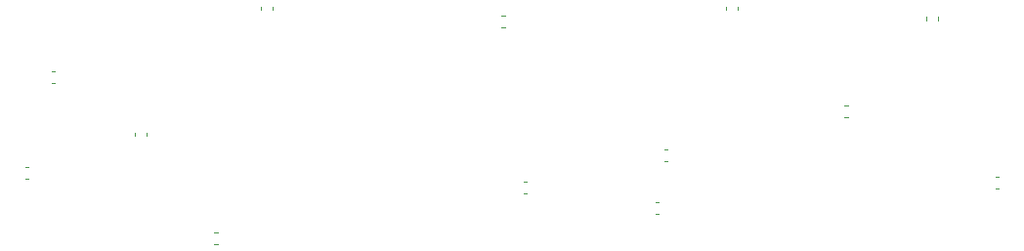
<source format=gbo>
G04 #@! TF.GenerationSoftware,KiCad,Pcbnew,(5.1.5)-3*
G04 #@! TF.CreationDate,2021-03-15T11:57:00-05:00*
G04 #@! TF.ProjectId,channel,6368616e-6e65-46c2-9e6b-696361645f70,rev?*
G04 #@! TF.SameCoordinates,Original*
G04 #@! TF.FileFunction,Legend,Bot*
G04 #@! TF.FilePolarity,Positive*
%FSLAX46Y46*%
G04 Gerber Fmt 4.6, Leading zero omitted, Abs format (unit mm)*
G04 Created by KiCad (PCBNEW (5.1.5)-3) date 2021-03-15 11:57:00*
%MOMM*%
%LPD*%
G04 APERTURE LIST*
%ADD10C,0.120000*%
%ADD11C,0.100000*%
%ADD12O,1.801600X1.801600*%
%ADD13R,1.801600X1.801600*%
G04 APERTURE END LIST*
D10*
X162816000Y-92664233D02*
X162816000Y-92956767D01*
X161796000Y-92664233D02*
X161796000Y-92956767D01*
X121537000Y-92664233D02*
X121537000Y-92956767D01*
X122557000Y-92664233D02*
X122557000Y-92956767D01*
X185439267Y-107440000D02*
X185146733Y-107440000D01*
X185439267Y-108460000D02*
X185146733Y-108460000D01*
X155682733Y-109599000D02*
X155975267Y-109599000D01*
X155682733Y-110619000D02*
X155975267Y-110619000D01*
X156444733Y-106047000D02*
X156737267Y-106047000D01*
X156444733Y-105027000D02*
X156737267Y-105027000D01*
X142347733Y-94490000D02*
X142640267Y-94490000D01*
X142347733Y-93470000D02*
X142640267Y-93470000D01*
X103651267Y-98296000D02*
X103358733Y-98296000D01*
X103651267Y-99316000D02*
X103358733Y-99316000D01*
X111635000Y-103905267D02*
X111635000Y-103612733D01*
X110615000Y-103905267D02*
X110615000Y-103612733D01*
X101365267Y-106551000D02*
X101072733Y-106551000D01*
X101365267Y-107571000D02*
X101072733Y-107571000D01*
X179195000Y-93579733D02*
X179195000Y-93872267D01*
X180215000Y-93579733D02*
X180215000Y-93872267D01*
X172358267Y-101217000D02*
X172065733Y-101217000D01*
X172358267Y-102237000D02*
X172065733Y-102237000D01*
X144252733Y-108841000D02*
X144545267Y-108841000D01*
X144252733Y-107821000D02*
X144545267Y-107821000D01*
X117748267Y-112266000D02*
X117455733Y-112266000D01*
X117748267Y-113286000D02*
X117455733Y-113286000D01*
%LPC*%
D11*
G36*
X162594669Y-93085966D02*
G01*
X162620189Y-93089752D01*
X162645216Y-93096020D01*
X162669507Y-93104712D01*
X162692830Y-93115743D01*
X162714959Y-93129007D01*
X162735682Y-93144376D01*
X162754798Y-93161702D01*
X162772124Y-93180818D01*
X162787493Y-93201541D01*
X162800757Y-93223670D01*
X162811788Y-93246993D01*
X162820480Y-93271284D01*
X162826748Y-93296311D01*
X162830534Y-93321831D01*
X162831800Y-93347600D01*
X162831800Y-93998400D01*
X162830534Y-94024169D01*
X162826748Y-94049689D01*
X162820480Y-94074716D01*
X162811788Y-94099007D01*
X162800757Y-94122330D01*
X162787493Y-94144459D01*
X162772124Y-94165182D01*
X162754798Y-94184298D01*
X162735682Y-94201624D01*
X162714959Y-94216993D01*
X162692830Y-94230257D01*
X162669507Y-94241288D01*
X162645216Y-94249980D01*
X162620189Y-94256248D01*
X162594669Y-94260034D01*
X162568900Y-94261300D01*
X162043100Y-94261300D01*
X162017331Y-94260034D01*
X161991811Y-94256248D01*
X161966784Y-94249980D01*
X161942493Y-94241288D01*
X161919170Y-94230257D01*
X161897041Y-94216993D01*
X161876318Y-94201624D01*
X161857202Y-94184298D01*
X161839876Y-94165182D01*
X161824507Y-94144459D01*
X161811243Y-94122330D01*
X161800212Y-94099007D01*
X161791520Y-94074716D01*
X161785252Y-94049689D01*
X161781466Y-94024169D01*
X161780200Y-93998400D01*
X161780200Y-93347600D01*
X161781466Y-93321831D01*
X161785252Y-93296311D01*
X161791520Y-93271284D01*
X161800212Y-93246993D01*
X161811243Y-93223670D01*
X161824507Y-93201541D01*
X161839876Y-93180818D01*
X161857202Y-93161702D01*
X161876318Y-93144376D01*
X161897041Y-93129007D01*
X161919170Y-93115743D01*
X161942493Y-93104712D01*
X161966784Y-93096020D01*
X161991811Y-93089752D01*
X162017331Y-93085966D01*
X162043100Y-93084700D01*
X162568900Y-93084700D01*
X162594669Y-93085966D01*
G37*
G36*
X162594669Y-91360966D02*
G01*
X162620189Y-91364752D01*
X162645216Y-91371020D01*
X162669507Y-91379712D01*
X162692830Y-91390743D01*
X162714959Y-91404007D01*
X162735682Y-91419376D01*
X162754798Y-91436702D01*
X162772124Y-91455818D01*
X162787493Y-91476541D01*
X162800757Y-91498670D01*
X162811788Y-91521993D01*
X162820480Y-91546284D01*
X162826748Y-91571311D01*
X162830534Y-91596831D01*
X162831800Y-91622600D01*
X162831800Y-92273400D01*
X162830534Y-92299169D01*
X162826748Y-92324689D01*
X162820480Y-92349716D01*
X162811788Y-92374007D01*
X162800757Y-92397330D01*
X162787493Y-92419459D01*
X162772124Y-92440182D01*
X162754798Y-92459298D01*
X162735682Y-92476624D01*
X162714959Y-92491993D01*
X162692830Y-92505257D01*
X162669507Y-92516288D01*
X162645216Y-92524980D01*
X162620189Y-92531248D01*
X162594669Y-92535034D01*
X162568900Y-92536300D01*
X162043100Y-92536300D01*
X162017331Y-92535034D01*
X161991811Y-92531248D01*
X161966784Y-92524980D01*
X161942493Y-92516288D01*
X161919170Y-92505257D01*
X161897041Y-92491993D01*
X161876318Y-92476624D01*
X161857202Y-92459298D01*
X161839876Y-92440182D01*
X161824507Y-92419459D01*
X161811243Y-92397330D01*
X161800212Y-92374007D01*
X161791520Y-92349716D01*
X161785252Y-92324689D01*
X161781466Y-92299169D01*
X161780200Y-92273400D01*
X161780200Y-91622600D01*
X161781466Y-91596831D01*
X161785252Y-91571311D01*
X161791520Y-91546284D01*
X161800212Y-91521993D01*
X161811243Y-91498670D01*
X161824507Y-91476541D01*
X161839876Y-91455818D01*
X161857202Y-91436702D01*
X161876318Y-91419376D01*
X161897041Y-91404007D01*
X161919170Y-91390743D01*
X161942493Y-91379712D01*
X161966784Y-91371020D01*
X161991811Y-91364752D01*
X162017331Y-91360966D01*
X162043100Y-91359700D01*
X162568900Y-91359700D01*
X162594669Y-91360966D01*
G37*
D12*
X118745000Y-102362000D03*
X116205000Y-102362000D03*
X118745000Y-99822000D03*
X116205000Y-99822000D03*
X118745000Y-97282000D03*
X116205000Y-97282000D03*
X118745000Y-94742000D03*
D13*
X116205000Y-94742000D03*
D12*
X99060000Y-115951000D03*
X101600000Y-115951000D03*
X104140000Y-115951000D03*
X106680000Y-115951000D03*
X109220000Y-115951000D03*
D13*
X111760000Y-115951000D03*
D12*
X130556000Y-115951000D03*
X133096000Y-115951000D03*
X135636000Y-115951000D03*
X138176000Y-115951000D03*
X140716000Y-115951000D03*
X143256000Y-115951000D03*
X145796000Y-115951000D03*
D13*
X148336000Y-115951000D03*
X190627000Y-96266000D03*
D12*
X190627000Y-98806000D03*
X188087000Y-96266000D03*
X188087000Y-98806000D03*
X185547000Y-96266000D03*
X185547000Y-98806000D03*
D13*
X174752000Y-94615000D03*
D12*
X174752000Y-97155000D03*
X172212000Y-94615000D03*
X172212000Y-97155000D03*
X169672000Y-94615000D03*
X169672000Y-97155000D03*
D13*
X163957000Y-112141000D03*
D12*
X166497000Y-112141000D03*
X163957000Y-114681000D03*
X166497000Y-114681000D03*
X163957000Y-117221000D03*
X166497000Y-117221000D03*
X145288000Y-105029000D03*
D13*
X142748000Y-105029000D03*
D12*
X176911000Y-115951000D03*
X179451000Y-115951000D03*
X181991000Y-115951000D03*
X184531000Y-115951000D03*
X187071000Y-115951000D03*
X189611000Y-115951000D03*
X192151000Y-115951000D03*
D13*
X194691000Y-115951000D03*
X152146000Y-94615000D03*
D12*
X152146000Y-97155000D03*
D11*
G36*
X122335669Y-93085966D02*
G01*
X122361189Y-93089752D01*
X122386216Y-93096020D01*
X122410507Y-93104712D01*
X122433830Y-93115743D01*
X122455959Y-93129007D01*
X122476682Y-93144376D01*
X122495798Y-93161702D01*
X122513124Y-93180818D01*
X122528493Y-93201541D01*
X122541757Y-93223670D01*
X122552788Y-93246993D01*
X122561480Y-93271284D01*
X122567748Y-93296311D01*
X122571534Y-93321831D01*
X122572800Y-93347600D01*
X122572800Y-93998400D01*
X122571534Y-94024169D01*
X122567748Y-94049689D01*
X122561480Y-94074716D01*
X122552788Y-94099007D01*
X122541757Y-94122330D01*
X122528493Y-94144459D01*
X122513124Y-94165182D01*
X122495798Y-94184298D01*
X122476682Y-94201624D01*
X122455959Y-94216993D01*
X122433830Y-94230257D01*
X122410507Y-94241288D01*
X122386216Y-94249980D01*
X122361189Y-94256248D01*
X122335669Y-94260034D01*
X122309900Y-94261300D01*
X121784100Y-94261300D01*
X121758331Y-94260034D01*
X121732811Y-94256248D01*
X121707784Y-94249980D01*
X121683493Y-94241288D01*
X121660170Y-94230257D01*
X121638041Y-94216993D01*
X121617318Y-94201624D01*
X121598202Y-94184298D01*
X121580876Y-94165182D01*
X121565507Y-94144459D01*
X121552243Y-94122330D01*
X121541212Y-94099007D01*
X121532520Y-94074716D01*
X121526252Y-94049689D01*
X121522466Y-94024169D01*
X121521200Y-93998400D01*
X121521200Y-93347600D01*
X121522466Y-93321831D01*
X121526252Y-93296311D01*
X121532520Y-93271284D01*
X121541212Y-93246993D01*
X121552243Y-93223670D01*
X121565507Y-93201541D01*
X121580876Y-93180818D01*
X121598202Y-93161702D01*
X121617318Y-93144376D01*
X121638041Y-93129007D01*
X121660170Y-93115743D01*
X121683493Y-93104712D01*
X121707784Y-93096020D01*
X121732811Y-93089752D01*
X121758331Y-93085966D01*
X121784100Y-93084700D01*
X122309900Y-93084700D01*
X122335669Y-93085966D01*
G37*
G36*
X122335669Y-91360966D02*
G01*
X122361189Y-91364752D01*
X122386216Y-91371020D01*
X122410507Y-91379712D01*
X122433830Y-91390743D01*
X122455959Y-91404007D01*
X122476682Y-91419376D01*
X122495798Y-91436702D01*
X122513124Y-91455818D01*
X122528493Y-91476541D01*
X122541757Y-91498670D01*
X122552788Y-91521993D01*
X122561480Y-91546284D01*
X122567748Y-91571311D01*
X122571534Y-91596831D01*
X122572800Y-91622600D01*
X122572800Y-92273400D01*
X122571534Y-92299169D01*
X122567748Y-92324689D01*
X122561480Y-92349716D01*
X122552788Y-92374007D01*
X122541757Y-92397330D01*
X122528493Y-92419459D01*
X122513124Y-92440182D01*
X122495798Y-92459298D01*
X122476682Y-92476624D01*
X122455959Y-92491993D01*
X122433830Y-92505257D01*
X122410507Y-92516288D01*
X122386216Y-92524980D01*
X122361189Y-92531248D01*
X122335669Y-92535034D01*
X122309900Y-92536300D01*
X121784100Y-92536300D01*
X121758331Y-92535034D01*
X121732811Y-92531248D01*
X121707784Y-92524980D01*
X121683493Y-92516288D01*
X121660170Y-92505257D01*
X121638041Y-92491993D01*
X121617318Y-92476624D01*
X121598202Y-92459298D01*
X121580876Y-92440182D01*
X121565507Y-92419459D01*
X121552243Y-92397330D01*
X121541212Y-92374007D01*
X121532520Y-92349716D01*
X121526252Y-92324689D01*
X121522466Y-92299169D01*
X121521200Y-92273400D01*
X121521200Y-91622600D01*
X121522466Y-91596831D01*
X121526252Y-91571311D01*
X121532520Y-91546284D01*
X121541212Y-91521993D01*
X121552243Y-91498670D01*
X121565507Y-91476541D01*
X121580876Y-91455818D01*
X121598202Y-91436702D01*
X121617318Y-91419376D01*
X121638041Y-91404007D01*
X121660170Y-91390743D01*
X121683493Y-91379712D01*
X121707784Y-91371020D01*
X121732811Y-91364752D01*
X121758331Y-91360966D01*
X121784100Y-91359700D01*
X122309900Y-91359700D01*
X122335669Y-91360966D01*
G37*
D12*
X116205000Y-106045000D03*
X118745000Y-106045000D03*
X116205000Y-108585000D03*
D13*
X118745000Y-108585000D03*
X135382000Y-110744000D03*
D12*
X135382000Y-108204000D03*
D11*
G36*
X184781669Y-107425466D02*
G01*
X184807189Y-107429252D01*
X184832216Y-107435520D01*
X184856507Y-107444212D01*
X184879830Y-107455243D01*
X184901959Y-107468507D01*
X184922682Y-107483876D01*
X184941798Y-107501202D01*
X184959124Y-107520318D01*
X184974493Y-107541041D01*
X184987757Y-107563170D01*
X184998788Y-107586493D01*
X185007480Y-107610784D01*
X185013748Y-107635811D01*
X185017534Y-107661331D01*
X185018800Y-107687100D01*
X185018800Y-108212900D01*
X185017534Y-108238669D01*
X185013748Y-108264189D01*
X185007480Y-108289216D01*
X184998788Y-108313507D01*
X184987757Y-108336830D01*
X184974493Y-108358959D01*
X184959124Y-108379682D01*
X184941798Y-108398798D01*
X184922682Y-108416124D01*
X184901959Y-108431493D01*
X184879830Y-108444757D01*
X184856507Y-108455788D01*
X184832216Y-108464480D01*
X184807189Y-108470748D01*
X184781669Y-108474534D01*
X184755900Y-108475800D01*
X184105100Y-108475800D01*
X184079331Y-108474534D01*
X184053811Y-108470748D01*
X184028784Y-108464480D01*
X184004493Y-108455788D01*
X183981170Y-108444757D01*
X183959041Y-108431493D01*
X183938318Y-108416124D01*
X183919202Y-108398798D01*
X183901876Y-108379682D01*
X183886507Y-108358959D01*
X183873243Y-108336830D01*
X183862212Y-108313507D01*
X183853520Y-108289216D01*
X183847252Y-108264189D01*
X183843466Y-108238669D01*
X183842200Y-108212900D01*
X183842200Y-107687100D01*
X183843466Y-107661331D01*
X183847252Y-107635811D01*
X183853520Y-107610784D01*
X183862212Y-107586493D01*
X183873243Y-107563170D01*
X183886507Y-107541041D01*
X183901876Y-107520318D01*
X183919202Y-107501202D01*
X183938318Y-107483876D01*
X183959041Y-107468507D01*
X183981170Y-107455243D01*
X184004493Y-107444212D01*
X184028784Y-107435520D01*
X184053811Y-107429252D01*
X184079331Y-107425466D01*
X184105100Y-107424200D01*
X184755900Y-107424200D01*
X184781669Y-107425466D01*
G37*
G36*
X186506669Y-107425466D02*
G01*
X186532189Y-107429252D01*
X186557216Y-107435520D01*
X186581507Y-107444212D01*
X186604830Y-107455243D01*
X186626959Y-107468507D01*
X186647682Y-107483876D01*
X186666798Y-107501202D01*
X186684124Y-107520318D01*
X186699493Y-107541041D01*
X186712757Y-107563170D01*
X186723788Y-107586493D01*
X186732480Y-107610784D01*
X186738748Y-107635811D01*
X186742534Y-107661331D01*
X186743800Y-107687100D01*
X186743800Y-108212900D01*
X186742534Y-108238669D01*
X186738748Y-108264189D01*
X186732480Y-108289216D01*
X186723788Y-108313507D01*
X186712757Y-108336830D01*
X186699493Y-108358959D01*
X186684124Y-108379682D01*
X186666798Y-108398798D01*
X186647682Y-108416124D01*
X186626959Y-108431493D01*
X186604830Y-108444757D01*
X186581507Y-108455788D01*
X186557216Y-108464480D01*
X186532189Y-108470748D01*
X186506669Y-108474534D01*
X186480900Y-108475800D01*
X185830100Y-108475800D01*
X185804331Y-108474534D01*
X185778811Y-108470748D01*
X185753784Y-108464480D01*
X185729493Y-108455788D01*
X185706170Y-108444757D01*
X185684041Y-108431493D01*
X185663318Y-108416124D01*
X185644202Y-108398798D01*
X185626876Y-108379682D01*
X185611507Y-108358959D01*
X185598243Y-108336830D01*
X185587212Y-108313507D01*
X185578520Y-108289216D01*
X185572252Y-108264189D01*
X185568466Y-108238669D01*
X185567200Y-108212900D01*
X185567200Y-107687100D01*
X185568466Y-107661331D01*
X185572252Y-107635811D01*
X185578520Y-107610784D01*
X185587212Y-107586493D01*
X185598243Y-107563170D01*
X185611507Y-107541041D01*
X185626876Y-107520318D01*
X185644202Y-107501202D01*
X185663318Y-107483876D01*
X185684041Y-107468507D01*
X185706170Y-107455243D01*
X185729493Y-107444212D01*
X185753784Y-107435520D01*
X185778811Y-107429252D01*
X185804331Y-107425466D01*
X185830100Y-107424200D01*
X186480900Y-107424200D01*
X186506669Y-107425466D01*
G37*
G36*
X155317669Y-109584466D02*
G01*
X155343189Y-109588252D01*
X155368216Y-109594520D01*
X155392507Y-109603212D01*
X155415830Y-109614243D01*
X155437959Y-109627507D01*
X155458682Y-109642876D01*
X155477798Y-109660202D01*
X155495124Y-109679318D01*
X155510493Y-109700041D01*
X155523757Y-109722170D01*
X155534788Y-109745493D01*
X155543480Y-109769784D01*
X155549748Y-109794811D01*
X155553534Y-109820331D01*
X155554800Y-109846100D01*
X155554800Y-110371900D01*
X155553534Y-110397669D01*
X155549748Y-110423189D01*
X155543480Y-110448216D01*
X155534788Y-110472507D01*
X155523757Y-110495830D01*
X155510493Y-110517959D01*
X155495124Y-110538682D01*
X155477798Y-110557798D01*
X155458682Y-110575124D01*
X155437959Y-110590493D01*
X155415830Y-110603757D01*
X155392507Y-110614788D01*
X155368216Y-110623480D01*
X155343189Y-110629748D01*
X155317669Y-110633534D01*
X155291900Y-110634800D01*
X154641100Y-110634800D01*
X154615331Y-110633534D01*
X154589811Y-110629748D01*
X154564784Y-110623480D01*
X154540493Y-110614788D01*
X154517170Y-110603757D01*
X154495041Y-110590493D01*
X154474318Y-110575124D01*
X154455202Y-110557798D01*
X154437876Y-110538682D01*
X154422507Y-110517959D01*
X154409243Y-110495830D01*
X154398212Y-110472507D01*
X154389520Y-110448216D01*
X154383252Y-110423189D01*
X154379466Y-110397669D01*
X154378200Y-110371900D01*
X154378200Y-109846100D01*
X154379466Y-109820331D01*
X154383252Y-109794811D01*
X154389520Y-109769784D01*
X154398212Y-109745493D01*
X154409243Y-109722170D01*
X154422507Y-109700041D01*
X154437876Y-109679318D01*
X154455202Y-109660202D01*
X154474318Y-109642876D01*
X154495041Y-109627507D01*
X154517170Y-109614243D01*
X154540493Y-109603212D01*
X154564784Y-109594520D01*
X154589811Y-109588252D01*
X154615331Y-109584466D01*
X154641100Y-109583200D01*
X155291900Y-109583200D01*
X155317669Y-109584466D01*
G37*
G36*
X157042669Y-109584466D02*
G01*
X157068189Y-109588252D01*
X157093216Y-109594520D01*
X157117507Y-109603212D01*
X157140830Y-109614243D01*
X157162959Y-109627507D01*
X157183682Y-109642876D01*
X157202798Y-109660202D01*
X157220124Y-109679318D01*
X157235493Y-109700041D01*
X157248757Y-109722170D01*
X157259788Y-109745493D01*
X157268480Y-109769784D01*
X157274748Y-109794811D01*
X157278534Y-109820331D01*
X157279800Y-109846100D01*
X157279800Y-110371900D01*
X157278534Y-110397669D01*
X157274748Y-110423189D01*
X157268480Y-110448216D01*
X157259788Y-110472507D01*
X157248757Y-110495830D01*
X157235493Y-110517959D01*
X157220124Y-110538682D01*
X157202798Y-110557798D01*
X157183682Y-110575124D01*
X157162959Y-110590493D01*
X157140830Y-110603757D01*
X157117507Y-110614788D01*
X157093216Y-110623480D01*
X157068189Y-110629748D01*
X157042669Y-110633534D01*
X157016900Y-110634800D01*
X156366100Y-110634800D01*
X156340331Y-110633534D01*
X156314811Y-110629748D01*
X156289784Y-110623480D01*
X156265493Y-110614788D01*
X156242170Y-110603757D01*
X156220041Y-110590493D01*
X156199318Y-110575124D01*
X156180202Y-110557798D01*
X156162876Y-110538682D01*
X156147507Y-110517959D01*
X156134243Y-110495830D01*
X156123212Y-110472507D01*
X156114520Y-110448216D01*
X156108252Y-110423189D01*
X156104466Y-110397669D01*
X156103200Y-110371900D01*
X156103200Y-109846100D01*
X156104466Y-109820331D01*
X156108252Y-109794811D01*
X156114520Y-109769784D01*
X156123212Y-109745493D01*
X156134243Y-109722170D01*
X156147507Y-109700041D01*
X156162876Y-109679318D01*
X156180202Y-109660202D01*
X156199318Y-109642876D01*
X156220041Y-109627507D01*
X156242170Y-109614243D01*
X156265493Y-109603212D01*
X156289784Y-109594520D01*
X156314811Y-109588252D01*
X156340331Y-109584466D01*
X156366100Y-109583200D01*
X157016900Y-109583200D01*
X157042669Y-109584466D01*
G37*
G36*
X157804669Y-105012466D02*
G01*
X157830189Y-105016252D01*
X157855216Y-105022520D01*
X157879507Y-105031212D01*
X157902830Y-105042243D01*
X157924959Y-105055507D01*
X157945682Y-105070876D01*
X157964798Y-105088202D01*
X157982124Y-105107318D01*
X157997493Y-105128041D01*
X158010757Y-105150170D01*
X158021788Y-105173493D01*
X158030480Y-105197784D01*
X158036748Y-105222811D01*
X158040534Y-105248331D01*
X158041800Y-105274100D01*
X158041800Y-105799900D01*
X158040534Y-105825669D01*
X158036748Y-105851189D01*
X158030480Y-105876216D01*
X158021788Y-105900507D01*
X158010757Y-105923830D01*
X157997493Y-105945959D01*
X157982124Y-105966682D01*
X157964798Y-105985798D01*
X157945682Y-106003124D01*
X157924959Y-106018493D01*
X157902830Y-106031757D01*
X157879507Y-106042788D01*
X157855216Y-106051480D01*
X157830189Y-106057748D01*
X157804669Y-106061534D01*
X157778900Y-106062800D01*
X157128100Y-106062800D01*
X157102331Y-106061534D01*
X157076811Y-106057748D01*
X157051784Y-106051480D01*
X157027493Y-106042788D01*
X157004170Y-106031757D01*
X156982041Y-106018493D01*
X156961318Y-106003124D01*
X156942202Y-105985798D01*
X156924876Y-105966682D01*
X156909507Y-105945959D01*
X156896243Y-105923830D01*
X156885212Y-105900507D01*
X156876520Y-105876216D01*
X156870252Y-105851189D01*
X156866466Y-105825669D01*
X156865200Y-105799900D01*
X156865200Y-105274100D01*
X156866466Y-105248331D01*
X156870252Y-105222811D01*
X156876520Y-105197784D01*
X156885212Y-105173493D01*
X156896243Y-105150170D01*
X156909507Y-105128041D01*
X156924876Y-105107318D01*
X156942202Y-105088202D01*
X156961318Y-105070876D01*
X156982041Y-105055507D01*
X157004170Y-105042243D01*
X157027493Y-105031212D01*
X157051784Y-105022520D01*
X157076811Y-105016252D01*
X157102331Y-105012466D01*
X157128100Y-105011200D01*
X157778900Y-105011200D01*
X157804669Y-105012466D01*
G37*
G36*
X156079669Y-105012466D02*
G01*
X156105189Y-105016252D01*
X156130216Y-105022520D01*
X156154507Y-105031212D01*
X156177830Y-105042243D01*
X156199959Y-105055507D01*
X156220682Y-105070876D01*
X156239798Y-105088202D01*
X156257124Y-105107318D01*
X156272493Y-105128041D01*
X156285757Y-105150170D01*
X156296788Y-105173493D01*
X156305480Y-105197784D01*
X156311748Y-105222811D01*
X156315534Y-105248331D01*
X156316800Y-105274100D01*
X156316800Y-105799900D01*
X156315534Y-105825669D01*
X156311748Y-105851189D01*
X156305480Y-105876216D01*
X156296788Y-105900507D01*
X156285757Y-105923830D01*
X156272493Y-105945959D01*
X156257124Y-105966682D01*
X156239798Y-105985798D01*
X156220682Y-106003124D01*
X156199959Y-106018493D01*
X156177830Y-106031757D01*
X156154507Y-106042788D01*
X156130216Y-106051480D01*
X156105189Y-106057748D01*
X156079669Y-106061534D01*
X156053900Y-106062800D01*
X155403100Y-106062800D01*
X155377331Y-106061534D01*
X155351811Y-106057748D01*
X155326784Y-106051480D01*
X155302493Y-106042788D01*
X155279170Y-106031757D01*
X155257041Y-106018493D01*
X155236318Y-106003124D01*
X155217202Y-105985798D01*
X155199876Y-105966682D01*
X155184507Y-105945959D01*
X155171243Y-105923830D01*
X155160212Y-105900507D01*
X155151520Y-105876216D01*
X155145252Y-105851189D01*
X155141466Y-105825669D01*
X155140200Y-105799900D01*
X155140200Y-105274100D01*
X155141466Y-105248331D01*
X155145252Y-105222811D01*
X155151520Y-105197784D01*
X155160212Y-105173493D01*
X155171243Y-105150170D01*
X155184507Y-105128041D01*
X155199876Y-105107318D01*
X155217202Y-105088202D01*
X155236318Y-105070876D01*
X155257041Y-105055507D01*
X155279170Y-105042243D01*
X155302493Y-105031212D01*
X155326784Y-105022520D01*
X155351811Y-105016252D01*
X155377331Y-105012466D01*
X155403100Y-105011200D01*
X156053900Y-105011200D01*
X156079669Y-105012466D01*
G37*
G36*
X143707669Y-93455466D02*
G01*
X143733189Y-93459252D01*
X143758216Y-93465520D01*
X143782507Y-93474212D01*
X143805830Y-93485243D01*
X143827959Y-93498507D01*
X143848682Y-93513876D01*
X143867798Y-93531202D01*
X143885124Y-93550318D01*
X143900493Y-93571041D01*
X143913757Y-93593170D01*
X143924788Y-93616493D01*
X143933480Y-93640784D01*
X143939748Y-93665811D01*
X143943534Y-93691331D01*
X143944800Y-93717100D01*
X143944800Y-94242900D01*
X143943534Y-94268669D01*
X143939748Y-94294189D01*
X143933480Y-94319216D01*
X143924788Y-94343507D01*
X143913757Y-94366830D01*
X143900493Y-94388959D01*
X143885124Y-94409682D01*
X143867798Y-94428798D01*
X143848682Y-94446124D01*
X143827959Y-94461493D01*
X143805830Y-94474757D01*
X143782507Y-94485788D01*
X143758216Y-94494480D01*
X143733189Y-94500748D01*
X143707669Y-94504534D01*
X143681900Y-94505800D01*
X143031100Y-94505800D01*
X143005331Y-94504534D01*
X142979811Y-94500748D01*
X142954784Y-94494480D01*
X142930493Y-94485788D01*
X142907170Y-94474757D01*
X142885041Y-94461493D01*
X142864318Y-94446124D01*
X142845202Y-94428798D01*
X142827876Y-94409682D01*
X142812507Y-94388959D01*
X142799243Y-94366830D01*
X142788212Y-94343507D01*
X142779520Y-94319216D01*
X142773252Y-94294189D01*
X142769466Y-94268669D01*
X142768200Y-94242900D01*
X142768200Y-93717100D01*
X142769466Y-93691331D01*
X142773252Y-93665811D01*
X142779520Y-93640784D01*
X142788212Y-93616493D01*
X142799243Y-93593170D01*
X142812507Y-93571041D01*
X142827876Y-93550318D01*
X142845202Y-93531202D01*
X142864318Y-93513876D01*
X142885041Y-93498507D01*
X142907170Y-93485243D01*
X142930493Y-93474212D01*
X142954784Y-93465520D01*
X142979811Y-93459252D01*
X143005331Y-93455466D01*
X143031100Y-93454200D01*
X143681900Y-93454200D01*
X143707669Y-93455466D01*
G37*
G36*
X141982669Y-93455466D02*
G01*
X142008189Y-93459252D01*
X142033216Y-93465520D01*
X142057507Y-93474212D01*
X142080830Y-93485243D01*
X142102959Y-93498507D01*
X142123682Y-93513876D01*
X142142798Y-93531202D01*
X142160124Y-93550318D01*
X142175493Y-93571041D01*
X142188757Y-93593170D01*
X142199788Y-93616493D01*
X142208480Y-93640784D01*
X142214748Y-93665811D01*
X142218534Y-93691331D01*
X142219800Y-93717100D01*
X142219800Y-94242900D01*
X142218534Y-94268669D01*
X142214748Y-94294189D01*
X142208480Y-94319216D01*
X142199788Y-94343507D01*
X142188757Y-94366830D01*
X142175493Y-94388959D01*
X142160124Y-94409682D01*
X142142798Y-94428798D01*
X142123682Y-94446124D01*
X142102959Y-94461493D01*
X142080830Y-94474757D01*
X142057507Y-94485788D01*
X142033216Y-94494480D01*
X142008189Y-94500748D01*
X141982669Y-94504534D01*
X141956900Y-94505800D01*
X141306100Y-94505800D01*
X141280331Y-94504534D01*
X141254811Y-94500748D01*
X141229784Y-94494480D01*
X141205493Y-94485788D01*
X141182170Y-94474757D01*
X141160041Y-94461493D01*
X141139318Y-94446124D01*
X141120202Y-94428798D01*
X141102876Y-94409682D01*
X141087507Y-94388959D01*
X141074243Y-94366830D01*
X141063212Y-94343507D01*
X141054520Y-94319216D01*
X141048252Y-94294189D01*
X141044466Y-94268669D01*
X141043200Y-94242900D01*
X141043200Y-93717100D01*
X141044466Y-93691331D01*
X141048252Y-93665811D01*
X141054520Y-93640784D01*
X141063212Y-93616493D01*
X141074243Y-93593170D01*
X141087507Y-93571041D01*
X141102876Y-93550318D01*
X141120202Y-93531202D01*
X141139318Y-93513876D01*
X141160041Y-93498507D01*
X141182170Y-93485243D01*
X141205493Y-93474212D01*
X141229784Y-93465520D01*
X141254811Y-93459252D01*
X141280331Y-93455466D01*
X141306100Y-93454200D01*
X141956900Y-93454200D01*
X141982669Y-93455466D01*
G37*
G36*
X102993669Y-98281466D02*
G01*
X103019189Y-98285252D01*
X103044216Y-98291520D01*
X103068507Y-98300212D01*
X103091830Y-98311243D01*
X103113959Y-98324507D01*
X103134682Y-98339876D01*
X103153798Y-98357202D01*
X103171124Y-98376318D01*
X103186493Y-98397041D01*
X103199757Y-98419170D01*
X103210788Y-98442493D01*
X103219480Y-98466784D01*
X103225748Y-98491811D01*
X103229534Y-98517331D01*
X103230800Y-98543100D01*
X103230800Y-99068900D01*
X103229534Y-99094669D01*
X103225748Y-99120189D01*
X103219480Y-99145216D01*
X103210788Y-99169507D01*
X103199757Y-99192830D01*
X103186493Y-99214959D01*
X103171124Y-99235682D01*
X103153798Y-99254798D01*
X103134682Y-99272124D01*
X103113959Y-99287493D01*
X103091830Y-99300757D01*
X103068507Y-99311788D01*
X103044216Y-99320480D01*
X103019189Y-99326748D01*
X102993669Y-99330534D01*
X102967900Y-99331800D01*
X102317100Y-99331800D01*
X102291331Y-99330534D01*
X102265811Y-99326748D01*
X102240784Y-99320480D01*
X102216493Y-99311788D01*
X102193170Y-99300757D01*
X102171041Y-99287493D01*
X102150318Y-99272124D01*
X102131202Y-99254798D01*
X102113876Y-99235682D01*
X102098507Y-99214959D01*
X102085243Y-99192830D01*
X102074212Y-99169507D01*
X102065520Y-99145216D01*
X102059252Y-99120189D01*
X102055466Y-99094669D01*
X102054200Y-99068900D01*
X102054200Y-98543100D01*
X102055466Y-98517331D01*
X102059252Y-98491811D01*
X102065520Y-98466784D01*
X102074212Y-98442493D01*
X102085243Y-98419170D01*
X102098507Y-98397041D01*
X102113876Y-98376318D01*
X102131202Y-98357202D01*
X102150318Y-98339876D01*
X102171041Y-98324507D01*
X102193170Y-98311243D01*
X102216493Y-98300212D01*
X102240784Y-98291520D01*
X102265811Y-98285252D01*
X102291331Y-98281466D01*
X102317100Y-98280200D01*
X102967900Y-98280200D01*
X102993669Y-98281466D01*
G37*
G36*
X104718669Y-98281466D02*
G01*
X104744189Y-98285252D01*
X104769216Y-98291520D01*
X104793507Y-98300212D01*
X104816830Y-98311243D01*
X104838959Y-98324507D01*
X104859682Y-98339876D01*
X104878798Y-98357202D01*
X104896124Y-98376318D01*
X104911493Y-98397041D01*
X104924757Y-98419170D01*
X104935788Y-98442493D01*
X104944480Y-98466784D01*
X104950748Y-98491811D01*
X104954534Y-98517331D01*
X104955800Y-98543100D01*
X104955800Y-99068900D01*
X104954534Y-99094669D01*
X104950748Y-99120189D01*
X104944480Y-99145216D01*
X104935788Y-99169507D01*
X104924757Y-99192830D01*
X104911493Y-99214959D01*
X104896124Y-99235682D01*
X104878798Y-99254798D01*
X104859682Y-99272124D01*
X104838959Y-99287493D01*
X104816830Y-99300757D01*
X104793507Y-99311788D01*
X104769216Y-99320480D01*
X104744189Y-99326748D01*
X104718669Y-99330534D01*
X104692900Y-99331800D01*
X104042100Y-99331800D01*
X104016331Y-99330534D01*
X103990811Y-99326748D01*
X103965784Y-99320480D01*
X103941493Y-99311788D01*
X103918170Y-99300757D01*
X103896041Y-99287493D01*
X103875318Y-99272124D01*
X103856202Y-99254798D01*
X103838876Y-99235682D01*
X103823507Y-99214959D01*
X103810243Y-99192830D01*
X103799212Y-99169507D01*
X103790520Y-99145216D01*
X103784252Y-99120189D01*
X103780466Y-99094669D01*
X103779200Y-99068900D01*
X103779200Y-98543100D01*
X103780466Y-98517331D01*
X103784252Y-98491811D01*
X103790520Y-98466784D01*
X103799212Y-98442493D01*
X103810243Y-98419170D01*
X103823507Y-98397041D01*
X103838876Y-98376318D01*
X103856202Y-98357202D01*
X103875318Y-98339876D01*
X103896041Y-98324507D01*
X103918170Y-98311243D01*
X103941493Y-98300212D01*
X103965784Y-98291520D01*
X103990811Y-98285252D01*
X104016331Y-98281466D01*
X104042100Y-98280200D01*
X104692900Y-98280200D01*
X104718669Y-98281466D01*
G37*
G36*
X111413669Y-102309466D02*
G01*
X111439189Y-102313252D01*
X111464216Y-102319520D01*
X111488507Y-102328212D01*
X111511830Y-102339243D01*
X111533959Y-102352507D01*
X111554682Y-102367876D01*
X111573798Y-102385202D01*
X111591124Y-102404318D01*
X111606493Y-102425041D01*
X111619757Y-102447170D01*
X111630788Y-102470493D01*
X111639480Y-102494784D01*
X111645748Y-102519811D01*
X111649534Y-102545331D01*
X111650800Y-102571100D01*
X111650800Y-103221900D01*
X111649534Y-103247669D01*
X111645748Y-103273189D01*
X111639480Y-103298216D01*
X111630788Y-103322507D01*
X111619757Y-103345830D01*
X111606493Y-103367959D01*
X111591124Y-103388682D01*
X111573798Y-103407798D01*
X111554682Y-103425124D01*
X111533959Y-103440493D01*
X111511830Y-103453757D01*
X111488507Y-103464788D01*
X111464216Y-103473480D01*
X111439189Y-103479748D01*
X111413669Y-103483534D01*
X111387900Y-103484800D01*
X110862100Y-103484800D01*
X110836331Y-103483534D01*
X110810811Y-103479748D01*
X110785784Y-103473480D01*
X110761493Y-103464788D01*
X110738170Y-103453757D01*
X110716041Y-103440493D01*
X110695318Y-103425124D01*
X110676202Y-103407798D01*
X110658876Y-103388682D01*
X110643507Y-103367959D01*
X110630243Y-103345830D01*
X110619212Y-103322507D01*
X110610520Y-103298216D01*
X110604252Y-103273189D01*
X110600466Y-103247669D01*
X110599200Y-103221900D01*
X110599200Y-102571100D01*
X110600466Y-102545331D01*
X110604252Y-102519811D01*
X110610520Y-102494784D01*
X110619212Y-102470493D01*
X110630243Y-102447170D01*
X110643507Y-102425041D01*
X110658876Y-102404318D01*
X110676202Y-102385202D01*
X110695318Y-102367876D01*
X110716041Y-102352507D01*
X110738170Y-102339243D01*
X110761493Y-102328212D01*
X110785784Y-102319520D01*
X110810811Y-102313252D01*
X110836331Y-102309466D01*
X110862100Y-102308200D01*
X111387900Y-102308200D01*
X111413669Y-102309466D01*
G37*
G36*
X111413669Y-104034466D02*
G01*
X111439189Y-104038252D01*
X111464216Y-104044520D01*
X111488507Y-104053212D01*
X111511830Y-104064243D01*
X111533959Y-104077507D01*
X111554682Y-104092876D01*
X111573798Y-104110202D01*
X111591124Y-104129318D01*
X111606493Y-104150041D01*
X111619757Y-104172170D01*
X111630788Y-104195493D01*
X111639480Y-104219784D01*
X111645748Y-104244811D01*
X111649534Y-104270331D01*
X111650800Y-104296100D01*
X111650800Y-104946900D01*
X111649534Y-104972669D01*
X111645748Y-104998189D01*
X111639480Y-105023216D01*
X111630788Y-105047507D01*
X111619757Y-105070830D01*
X111606493Y-105092959D01*
X111591124Y-105113682D01*
X111573798Y-105132798D01*
X111554682Y-105150124D01*
X111533959Y-105165493D01*
X111511830Y-105178757D01*
X111488507Y-105189788D01*
X111464216Y-105198480D01*
X111439189Y-105204748D01*
X111413669Y-105208534D01*
X111387900Y-105209800D01*
X110862100Y-105209800D01*
X110836331Y-105208534D01*
X110810811Y-105204748D01*
X110785784Y-105198480D01*
X110761493Y-105189788D01*
X110738170Y-105178757D01*
X110716041Y-105165493D01*
X110695318Y-105150124D01*
X110676202Y-105132798D01*
X110658876Y-105113682D01*
X110643507Y-105092959D01*
X110630243Y-105070830D01*
X110619212Y-105047507D01*
X110610520Y-105023216D01*
X110604252Y-104998189D01*
X110600466Y-104972669D01*
X110599200Y-104946900D01*
X110599200Y-104296100D01*
X110600466Y-104270331D01*
X110604252Y-104244811D01*
X110610520Y-104219784D01*
X110619212Y-104195493D01*
X110630243Y-104172170D01*
X110643507Y-104150041D01*
X110658876Y-104129318D01*
X110676202Y-104110202D01*
X110695318Y-104092876D01*
X110716041Y-104077507D01*
X110738170Y-104064243D01*
X110761493Y-104053212D01*
X110785784Y-104044520D01*
X110810811Y-104038252D01*
X110836331Y-104034466D01*
X110862100Y-104033200D01*
X111387900Y-104033200D01*
X111413669Y-104034466D01*
G37*
G36*
X100707669Y-106536466D02*
G01*
X100733189Y-106540252D01*
X100758216Y-106546520D01*
X100782507Y-106555212D01*
X100805830Y-106566243D01*
X100827959Y-106579507D01*
X100848682Y-106594876D01*
X100867798Y-106612202D01*
X100885124Y-106631318D01*
X100900493Y-106652041D01*
X100913757Y-106674170D01*
X100924788Y-106697493D01*
X100933480Y-106721784D01*
X100939748Y-106746811D01*
X100943534Y-106772331D01*
X100944800Y-106798100D01*
X100944800Y-107323900D01*
X100943534Y-107349669D01*
X100939748Y-107375189D01*
X100933480Y-107400216D01*
X100924788Y-107424507D01*
X100913757Y-107447830D01*
X100900493Y-107469959D01*
X100885124Y-107490682D01*
X100867798Y-107509798D01*
X100848682Y-107527124D01*
X100827959Y-107542493D01*
X100805830Y-107555757D01*
X100782507Y-107566788D01*
X100758216Y-107575480D01*
X100733189Y-107581748D01*
X100707669Y-107585534D01*
X100681900Y-107586800D01*
X100031100Y-107586800D01*
X100005331Y-107585534D01*
X99979811Y-107581748D01*
X99954784Y-107575480D01*
X99930493Y-107566788D01*
X99907170Y-107555757D01*
X99885041Y-107542493D01*
X99864318Y-107527124D01*
X99845202Y-107509798D01*
X99827876Y-107490682D01*
X99812507Y-107469959D01*
X99799243Y-107447830D01*
X99788212Y-107424507D01*
X99779520Y-107400216D01*
X99773252Y-107375189D01*
X99769466Y-107349669D01*
X99768200Y-107323900D01*
X99768200Y-106798100D01*
X99769466Y-106772331D01*
X99773252Y-106746811D01*
X99779520Y-106721784D01*
X99788212Y-106697493D01*
X99799243Y-106674170D01*
X99812507Y-106652041D01*
X99827876Y-106631318D01*
X99845202Y-106612202D01*
X99864318Y-106594876D01*
X99885041Y-106579507D01*
X99907170Y-106566243D01*
X99930493Y-106555212D01*
X99954784Y-106546520D01*
X99979811Y-106540252D01*
X100005331Y-106536466D01*
X100031100Y-106535200D01*
X100681900Y-106535200D01*
X100707669Y-106536466D01*
G37*
G36*
X102432669Y-106536466D02*
G01*
X102458189Y-106540252D01*
X102483216Y-106546520D01*
X102507507Y-106555212D01*
X102530830Y-106566243D01*
X102552959Y-106579507D01*
X102573682Y-106594876D01*
X102592798Y-106612202D01*
X102610124Y-106631318D01*
X102625493Y-106652041D01*
X102638757Y-106674170D01*
X102649788Y-106697493D01*
X102658480Y-106721784D01*
X102664748Y-106746811D01*
X102668534Y-106772331D01*
X102669800Y-106798100D01*
X102669800Y-107323900D01*
X102668534Y-107349669D01*
X102664748Y-107375189D01*
X102658480Y-107400216D01*
X102649788Y-107424507D01*
X102638757Y-107447830D01*
X102625493Y-107469959D01*
X102610124Y-107490682D01*
X102592798Y-107509798D01*
X102573682Y-107527124D01*
X102552959Y-107542493D01*
X102530830Y-107555757D01*
X102507507Y-107566788D01*
X102483216Y-107575480D01*
X102458189Y-107581748D01*
X102432669Y-107585534D01*
X102406900Y-107586800D01*
X101756100Y-107586800D01*
X101730331Y-107585534D01*
X101704811Y-107581748D01*
X101679784Y-107575480D01*
X101655493Y-107566788D01*
X101632170Y-107555757D01*
X101610041Y-107542493D01*
X101589318Y-107527124D01*
X101570202Y-107509798D01*
X101552876Y-107490682D01*
X101537507Y-107469959D01*
X101524243Y-107447830D01*
X101513212Y-107424507D01*
X101504520Y-107400216D01*
X101498252Y-107375189D01*
X101494466Y-107349669D01*
X101493200Y-107323900D01*
X101493200Y-106798100D01*
X101494466Y-106772331D01*
X101498252Y-106746811D01*
X101504520Y-106721784D01*
X101513212Y-106697493D01*
X101524243Y-106674170D01*
X101537507Y-106652041D01*
X101552876Y-106631318D01*
X101570202Y-106612202D01*
X101589318Y-106594876D01*
X101610041Y-106579507D01*
X101632170Y-106566243D01*
X101655493Y-106555212D01*
X101679784Y-106546520D01*
X101704811Y-106540252D01*
X101730331Y-106536466D01*
X101756100Y-106535200D01*
X102406900Y-106535200D01*
X102432669Y-106536466D01*
G37*
G36*
X179993669Y-94001466D02*
G01*
X180019189Y-94005252D01*
X180044216Y-94011520D01*
X180068507Y-94020212D01*
X180091830Y-94031243D01*
X180113959Y-94044507D01*
X180134682Y-94059876D01*
X180153798Y-94077202D01*
X180171124Y-94096318D01*
X180186493Y-94117041D01*
X180199757Y-94139170D01*
X180210788Y-94162493D01*
X180219480Y-94186784D01*
X180225748Y-94211811D01*
X180229534Y-94237331D01*
X180230800Y-94263100D01*
X180230800Y-94913900D01*
X180229534Y-94939669D01*
X180225748Y-94965189D01*
X180219480Y-94990216D01*
X180210788Y-95014507D01*
X180199757Y-95037830D01*
X180186493Y-95059959D01*
X180171124Y-95080682D01*
X180153798Y-95099798D01*
X180134682Y-95117124D01*
X180113959Y-95132493D01*
X180091830Y-95145757D01*
X180068507Y-95156788D01*
X180044216Y-95165480D01*
X180019189Y-95171748D01*
X179993669Y-95175534D01*
X179967900Y-95176800D01*
X179442100Y-95176800D01*
X179416331Y-95175534D01*
X179390811Y-95171748D01*
X179365784Y-95165480D01*
X179341493Y-95156788D01*
X179318170Y-95145757D01*
X179296041Y-95132493D01*
X179275318Y-95117124D01*
X179256202Y-95099798D01*
X179238876Y-95080682D01*
X179223507Y-95059959D01*
X179210243Y-95037830D01*
X179199212Y-95014507D01*
X179190520Y-94990216D01*
X179184252Y-94965189D01*
X179180466Y-94939669D01*
X179179200Y-94913900D01*
X179179200Y-94263100D01*
X179180466Y-94237331D01*
X179184252Y-94211811D01*
X179190520Y-94186784D01*
X179199212Y-94162493D01*
X179210243Y-94139170D01*
X179223507Y-94117041D01*
X179238876Y-94096318D01*
X179256202Y-94077202D01*
X179275318Y-94059876D01*
X179296041Y-94044507D01*
X179318170Y-94031243D01*
X179341493Y-94020212D01*
X179365784Y-94011520D01*
X179390811Y-94005252D01*
X179416331Y-94001466D01*
X179442100Y-94000200D01*
X179967900Y-94000200D01*
X179993669Y-94001466D01*
G37*
G36*
X179993669Y-92276466D02*
G01*
X180019189Y-92280252D01*
X180044216Y-92286520D01*
X180068507Y-92295212D01*
X180091830Y-92306243D01*
X180113959Y-92319507D01*
X180134682Y-92334876D01*
X180153798Y-92352202D01*
X180171124Y-92371318D01*
X180186493Y-92392041D01*
X180199757Y-92414170D01*
X180210788Y-92437493D01*
X180219480Y-92461784D01*
X180225748Y-92486811D01*
X180229534Y-92512331D01*
X180230800Y-92538100D01*
X180230800Y-93188900D01*
X180229534Y-93214669D01*
X180225748Y-93240189D01*
X180219480Y-93265216D01*
X180210788Y-93289507D01*
X180199757Y-93312830D01*
X180186493Y-93334959D01*
X180171124Y-93355682D01*
X180153798Y-93374798D01*
X180134682Y-93392124D01*
X180113959Y-93407493D01*
X180091830Y-93420757D01*
X180068507Y-93431788D01*
X180044216Y-93440480D01*
X180019189Y-93446748D01*
X179993669Y-93450534D01*
X179967900Y-93451800D01*
X179442100Y-93451800D01*
X179416331Y-93450534D01*
X179390811Y-93446748D01*
X179365784Y-93440480D01*
X179341493Y-93431788D01*
X179318170Y-93420757D01*
X179296041Y-93407493D01*
X179275318Y-93392124D01*
X179256202Y-93374798D01*
X179238876Y-93355682D01*
X179223507Y-93334959D01*
X179210243Y-93312830D01*
X179199212Y-93289507D01*
X179190520Y-93265216D01*
X179184252Y-93240189D01*
X179180466Y-93214669D01*
X179179200Y-93188900D01*
X179179200Y-92538100D01*
X179180466Y-92512331D01*
X179184252Y-92486811D01*
X179190520Y-92461784D01*
X179199212Y-92437493D01*
X179210243Y-92414170D01*
X179223507Y-92392041D01*
X179238876Y-92371318D01*
X179256202Y-92352202D01*
X179275318Y-92334876D01*
X179296041Y-92319507D01*
X179318170Y-92306243D01*
X179341493Y-92295212D01*
X179365784Y-92286520D01*
X179390811Y-92280252D01*
X179416331Y-92276466D01*
X179442100Y-92275200D01*
X179967900Y-92275200D01*
X179993669Y-92276466D01*
G37*
G36*
X171700669Y-101202466D02*
G01*
X171726189Y-101206252D01*
X171751216Y-101212520D01*
X171775507Y-101221212D01*
X171798830Y-101232243D01*
X171820959Y-101245507D01*
X171841682Y-101260876D01*
X171860798Y-101278202D01*
X171878124Y-101297318D01*
X171893493Y-101318041D01*
X171906757Y-101340170D01*
X171917788Y-101363493D01*
X171926480Y-101387784D01*
X171932748Y-101412811D01*
X171936534Y-101438331D01*
X171937800Y-101464100D01*
X171937800Y-101989900D01*
X171936534Y-102015669D01*
X171932748Y-102041189D01*
X171926480Y-102066216D01*
X171917788Y-102090507D01*
X171906757Y-102113830D01*
X171893493Y-102135959D01*
X171878124Y-102156682D01*
X171860798Y-102175798D01*
X171841682Y-102193124D01*
X171820959Y-102208493D01*
X171798830Y-102221757D01*
X171775507Y-102232788D01*
X171751216Y-102241480D01*
X171726189Y-102247748D01*
X171700669Y-102251534D01*
X171674900Y-102252800D01*
X171024100Y-102252800D01*
X170998331Y-102251534D01*
X170972811Y-102247748D01*
X170947784Y-102241480D01*
X170923493Y-102232788D01*
X170900170Y-102221757D01*
X170878041Y-102208493D01*
X170857318Y-102193124D01*
X170838202Y-102175798D01*
X170820876Y-102156682D01*
X170805507Y-102135959D01*
X170792243Y-102113830D01*
X170781212Y-102090507D01*
X170772520Y-102066216D01*
X170766252Y-102041189D01*
X170762466Y-102015669D01*
X170761200Y-101989900D01*
X170761200Y-101464100D01*
X170762466Y-101438331D01*
X170766252Y-101412811D01*
X170772520Y-101387784D01*
X170781212Y-101363493D01*
X170792243Y-101340170D01*
X170805507Y-101318041D01*
X170820876Y-101297318D01*
X170838202Y-101278202D01*
X170857318Y-101260876D01*
X170878041Y-101245507D01*
X170900170Y-101232243D01*
X170923493Y-101221212D01*
X170947784Y-101212520D01*
X170972811Y-101206252D01*
X170998331Y-101202466D01*
X171024100Y-101201200D01*
X171674900Y-101201200D01*
X171700669Y-101202466D01*
G37*
G36*
X173425669Y-101202466D02*
G01*
X173451189Y-101206252D01*
X173476216Y-101212520D01*
X173500507Y-101221212D01*
X173523830Y-101232243D01*
X173545959Y-101245507D01*
X173566682Y-101260876D01*
X173585798Y-101278202D01*
X173603124Y-101297318D01*
X173618493Y-101318041D01*
X173631757Y-101340170D01*
X173642788Y-101363493D01*
X173651480Y-101387784D01*
X173657748Y-101412811D01*
X173661534Y-101438331D01*
X173662800Y-101464100D01*
X173662800Y-101989900D01*
X173661534Y-102015669D01*
X173657748Y-102041189D01*
X173651480Y-102066216D01*
X173642788Y-102090507D01*
X173631757Y-102113830D01*
X173618493Y-102135959D01*
X173603124Y-102156682D01*
X173585798Y-102175798D01*
X173566682Y-102193124D01*
X173545959Y-102208493D01*
X173523830Y-102221757D01*
X173500507Y-102232788D01*
X173476216Y-102241480D01*
X173451189Y-102247748D01*
X173425669Y-102251534D01*
X173399900Y-102252800D01*
X172749100Y-102252800D01*
X172723331Y-102251534D01*
X172697811Y-102247748D01*
X172672784Y-102241480D01*
X172648493Y-102232788D01*
X172625170Y-102221757D01*
X172603041Y-102208493D01*
X172582318Y-102193124D01*
X172563202Y-102175798D01*
X172545876Y-102156682D01*
X172530507Y-102135959D01*
X172517243Y-102113830D01*
X172506212Y-102090507D01*
X172497520Y-102066216D01*
X172491252Y-102041189D01*
X172487466Y-102015669D01*
X172486200Y-101989900D01*
X172486200Y-101464100D01*
X172487466Y-101438331D01*
X172491252Y-101412811D01*
X172497520Y-101387784D01*
X172506212Y-101363493D01*
X172517243Y-101340170D01*
X172530507Y-101318041D01*
X172545876Y-101297318D01*
X172563202Y-101278202D01*
X172582318Y-101260876D01*
X172603041Y-101245507D01*
X172625170Y-101232243D01*
X172648493Y-101221212D01*
X172672784Y-101212520D01*
X172697811Y-101206252D01*
X172723331Y-101202466D01*
X172749100Y-101201200D01*
X173399900Y-101201200D01*
X173425669Y-101202466D01*
G37*
G36*
X145612669Y-107806466D02*
G01*
X145638189Y-107810252D01*
X145663216Y-107816520D01*
X145687507Y-107825212D01*
X145710830Y-107836243D01*
X145732959Y-107849507D01*
X145753682Y-107864876D01*
X145772798Y-107882202D01*
X145790124Y-107901318D01*
X145805493Y-107922041D01*
X145818757Y-107944170D01*
X145829788Y-107967493D01*
X145838480Y-107991784D01*
X145844748Y-108016811D01*
X145848534Y-108042331D01*
X145849800Y-108068100D01*
X145849800Y-108593900D01*
X145848534Y-108619669D01*
X145844748Y-108645189D01*
X145838480Y-108670216D01*
X145829788Y-108694507D01*
X145818757Y-108717830D01*
X145805493Y-108739959D01*
X145790124Y-108760682D01*
X145772798Y-108779798D01*
X145753682Y-108797124D01*
X145732959Y-108812493D01*
X145710830Y-108825757D01*
X145687507Y-108836788D01*
X145663216Y-108845480D01*
X145638189Y-108851748D01*
X145612669Y-108855534D01*
X145586900Y-108856800D01*
X144936100Y-108856800D01*
X144910331Y-108855534D01*
X144884811Y-108851748D01*
X144859784Y-108845480D01*
X144835493Y-108836788D01*
X144812170Y-108825757D01*
X144790041Y-108812493D01*
X144769318Y-108797124D01*
X144750202Y-108779798D01*
X144732876Y-108760682D01*
X144717507Y-108739959D01*
X144704243Y-108717830D01*
X144693212Y-108694507D01*
X144684520Y-108670216D01*
X144678252Y-108645189D01*
X144674466Y-108619669D01*
X144673200Y-108593900D01*
X144673200Y-108068100D01*
X144674466Y-108042331D01*
X144678252Y-108016811D01*
X144684520Y-107991784D01*
X144693212Y-107967493D01*
X144704243Y-107944170D01*
X144717507Y-107922041D01*
X144732876Y-107901318D01*
X144750202Y-107882202D01*
X144769318Y-107864876D01*
X144790041Y-107849507D01*
X144812170Y-107836243D01*
X144835493Y-107825212D01*
X144859784Y-107816520D01*
X144884811Y-107810252D01*
X144910331Y-107806466D01*
X144936100Y-107805200D01*
X145586900Y-107805200D01*
X145612669Y-107806466D01*
G37*
G36*
X143887669Y-107806466D02*
G01*
X143913189Y-107810252D01*
X143938216Y-107816520D01*
X143962507Y-107825212D01*
X143985830Y-107836243D01*
X144007959Y-107849507D01*
X144028682Y-107864876D01*
X144047798Y-107882202D01*
X144065124Y-107901318D01*
X144080493Y-107922041D01*
X144093757Y-107944170D01*
X144104788Y-107967493D01*
X144113480Y-107991784D01*
X144119748Y-108016811D01*
X144123534Y-108042331D01*
X144124800Y-108068100D01*
X144124800Y-108593900D01*
X144123534Y-108619669D01*
X144119748Y-108645189D01*
X144113480Y-108670216D01*
X144104788Y-108694507D01*
X144093757Y-108717830D01*
X144080493Y-108739959D01*
X144065124Y-108760682D01*
X144047798Y-108779798D01*
X144028682Y-108797124D01*
X144007959Y-108812493D01*
X143985830Y-108825757D01*
X143962507Y-108836788D01*
X143938216Y-108845480D01*
X143913189Y-108851748D01*
X143887669Y-108855534D01*
X143861900Y-108856800D01*
X143211100Y-108856800D01*
X143185331Y-108855534D01*
X143159811Y-108851748D01*
X143134784Y-108845480D01*
X143110493Y-108836788D01*
X143087170Y-108825757D01*
X143065041Y-108812493D01*
X143044318Y-108797124D01*
X143025202Y-108779798D01*
X143007876Y-108760682D01*
X142992507Y-108739959D01*
X142979243Y-108717830D01*
X142968212Y-108694507D01*
X142959520Y-108670216D01*
X142953252Y-108645189D01*
X142949466Y-108619669D01*
X142948200Y-108593900D01*
X142948200Y-108068100D01*
X142949466Y-108042331D01*
X142953252Y-108016811D01*
X142959520Y-107991784D01*
X142968212Y-107967493D01*
X142979243Y-107944170D01*
X142992507Y-107922041D01*
X143007876Y-107901318D01*
X143025202Y-107882202D01*
X143044318Y-107864876D01*
X143065041Y-107849507D01*
X143087170Y-107836243D01*
X143110493Y-107825212D01*
X143134784Y-107816520D01*
X143159811Y-107810252D01*
X143185331Y-107806466D01*
X143211100Y-107805200D01*
X143861900Y-107805200D01*
X143887669Y-107806466D01*
G37*
G36*
X117090669Y-112251466D02*
G01*
X117116189Y-112255252D01*
X117141216Y-112261520D01*
X117165507Y-112270212D01*
X117188830Y-112281243D01*
X117210959Y-112294507D01*
X117231682Y-112309876D01*
X117250798Y-112327202D01*
X117268124Y-112346318D01*
X117283493Y-112367041D01*
X117296757Y-112389170D01*
X117307788Y-112412493D01*
X117316480Y-112436784D01*
X117322748Y-112461811D01*
X117326534Y-112487331D01*
X117327800Y-112513100D01*
X117327800Y-113038900D01*
X117326534Y-113064669D01*
X117322748Y-113090189D01*
X117316480Y-113115216D01*
X117307788Y-113139507D01*
X117296757Y-113162830D01*
X117283493Y-113184959D01*
X117268124Y-113205682D01*
X117250798Y-113224798D01*
X117231682Y-113242124D01*
X117210959Y-113257493D01*
X117188830Y-113270757D01*
X117165507Y-113281788D01*
X117141216Y-113290480D01*
X117116189Y-113296748D01*
X117090669Y-113300534D01*
X117064900Y-113301800D01*
X116414100Y-113301800D01*
X116388331Y-113300534D01*
X116362811Y-113296748D01*
X116337784Y-113290480D01*
X116313493Y-113281788D01*
X116290170Y-113270757D01*
X116268041Y-113257493D01*
X116247318Y-113242124D01*
X116228202Y-113224798D01*
X116210876Y-113205682D01*
X116195507Y-113184959D01*
X116182243Y-113162830D01*
X116171212Y-113139507D01*
X116162520Y-113115216D01*
X116156252Y-113090189D01*
X116152466Y-113064669D01*
X116151200Y-113038900D01*
X116151200Y-112513100D01*
X116152466Y-112487331D01*
X116156252Y-112461811D01*
X116162520Y-112436784D01*
X116171212Y-112412493D01*
X116182243Y-112389170D01*
X116195507Y-112367041D01*
X116210876Y-112346318D01*
X116228202Y-112327202D01*
X116247318Y-112309876D01*
X116268041Y-112294507D01*
X116290170Y-112281243D01*
X116313493Y-112270212D01*
X116337784Y-112261520D01*
X116362811Y-112255252D01*
X116388331Y-112251466D01*
X116414100Y-112250200D01*
X117064900Y-112250200D01*
X117090669Y-112251466D01*
G37*
G36*
X118815669Y-112251466D02*
G01*
X118841189Y-112255252D01*
X118866216Y-112261520D01*
X118890507Y-112270212D01*
X118913830Y-112281243D01*
X118935959Y-112294507D01*
X118956682Y-112309876D01*
X118975798Y-112327202D01*
X118993124Y-112346318D01*
X119008493Y-112367041D01*
X119021757Y-112389170D01*
X119032788Y-112412493D01*
X119041480Y-112436784D01*
X119047748Y-112461811D01*
X119051534Y-112487331D01*
X119052800Y-112513100D01*
X119052800Y-113038900D01*
X119051534Y-113064669D01*
X119047748Y-113090189D01*
X119041480Y-113115216D01*
X119032788Y-113139507D01*
X119021757Y-113162830D01*
X119008493Y-113184959D01*
X118993124Y-113205682D01*
X118975798Y-113224798D01*
X118956682Y-113242124D01*
X118935959Y-113257493D01*
X118913830Y-113270757D01*
X118890507Y-113281788D01*
X118866216Y-113290480D01*
X118841189Y-113296748D01*
X118815669Y-113300534D01*
X118789900Y-113301800D01*
X118139100Y-113301800D01*
X118113331Y-113300534D01*
X118087811Y-113296748D01*
X118062784Y-113290480D01*
X118038493Y-113281788D01*
X118015170Y-113270757D01*
X117993041Y-113257493D01*
X117972318Y-113242124D01*
X117953202Y-113224798D01*
X117935876Y-113205682D01*
X117920507Y-113184959D01*
X117907243Y-113162830D01*
X117896212Y-113139507D01*
X117887520Y-113115216D01*
X117881252Y-113090189D01*
X117877466Y-113064669D01*
X117876200Y-113038900D01*
X117876200Y-112513100D01*
X117877466Y-112487331D01*
X117881252Y-112461811D01*
X117887520Y-112436784D01*
X117896212Y-112412493D01*
X117907243Y-112389170D01*
X117920507Y-112367041D01*
X117935876Y-112346318D01*
X117953202Y-112327202D01*
X117972318Y-112309876D01*
X117993041Y-112294507D01*
X118015170Y-112281243D01*
X118038493Y-112270212D01*
X118062784Y-112261520D01*
X118087811Y-112255252D01*
X118113331Y-112251466D01*
X118139100Y-112250200D01*
X118789900Y-112250200D01*
X118815669Y-112251466D01*
G37*
M02*

</source>
